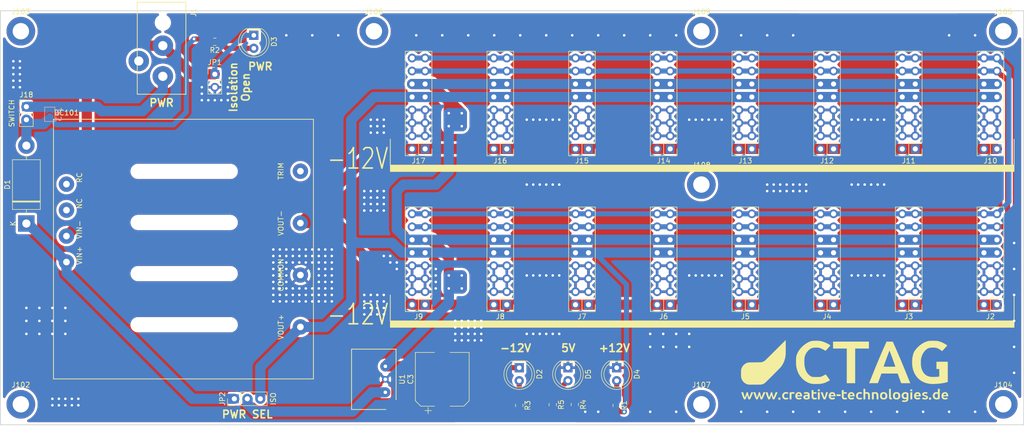
<source format=kicad_pcb>
(kicad_pcb (version 20211014) (generator pcbnew)
  (layers (0 "F.Cu" signal) (31 "B.Cu" signal) (35 "F.Paste" user) (36 "B.SilkS" user "B.Silkscreen") (37 "F.SilkS" user "F.Silkscreen") (38 "B.Mask" user) (39 "F.Mask" user) (44 "Edge.Cuts" user))
  (net 0 "")
  (net 1 "GND")
  (net 2 "+5V")
  (net 3 "Net-(D1-Pad2)")
  (net 4 "Net-(D2-Pad2)")
  (net 5 "-12V")
  (net 6 "Net-(D3-Pad2)")
  (net 7 "Net-(D4-Pad2)")
  (net 8 "Net-(D5-Pad2)")
  (net 9 "+12V")
  (net 10 "Net-(J1-Pad1)")
  (net 11 "/GATE")
  (net 12 "/CV")
  (net 13 "Net-(D1-Pad1)")
  (net 14 "Net-(JP2-Pad2)")
  (net 15 "Net-(D3-Pad1)")
  (net 16 "Net-(R4-Pad1)")
  (footprint "Capacitor_SMD:CP_Elec_10x10" (layer "F.Cu") (at 137.36 121.11 90)
    (fp_text reference "C3")
    (fp_text value "22u")
  )
  (footprint "LED_THT:LED_D5.0mm" (layer "F.Cu") (at 152.4 118.84 -90)
    (fp_text reference "D2")
    (fp_text value "LED")
  )
  (footprint "LED_THT:LED_D5.0mm" (layer "F.Cu") (at 171.45 118.84 -90)
    (fp_text reference "D4")
    (fp_text value "LED")
  )
  (footprint "LED_THT:LED_D5.0mm" (layer "F.Cu") (at 161.925 118.84 -90)
    (fp_text reference "D5")
    (fp_text value "LED")
  )
  (footprint "dcdc:DKA30A-12" (layer "F.Cu") (at 63.9156 82.9268 -90)
    (fp_text reference "DC101")
    (fp_text value "DKA30A-12")
  )
  (footprint "Connector_PinHeader_2.54mm:PinHeader_2x08_P2.54mm_Vertical" (layer "F.Cu") (at 245.762037 106.509244 180)
    (fp_text reference "J2")
    (fp_text value "~")
  )
  (footprint "Connector_PinHeader_2.54mm:PinHeader_2x08_P2.54mm_Vertical" (layer "F.Cu") (at 229.796321 106.509244 180)
    (fp_text reference "J3")
    (fp_text value "~")
  )
  (footprint "Connector_PinHeader_2.54mm:PinHeader_2x08_P2.54mm_Vertical" (layer "F.Cu") (at 213.830607 106.509244 180)
    (fp_text reference "J4")
    (fp_text value "~")
  )
  (footprint "Connector_PinHeader_2.54mm:PinHeader_2x08_P2.54mm_Vertical" (layer "F.Cu") (at 197.864893 106.509244 180)
    (fp_text reference "J5")
    (fp_text value "~")
  )
  (footprint "Connector_PinHeader_2.54mm:PinHeader_2x08_P2.54mm_Vertical" (layer "F.Cu") (at 181.899179 106.509244 180)
    (fp_text reference "J6")
    (fp_text value "~")
  )
  (footprint "Connector_PinHeader_2.54mm:PinHeader_2x08_P2.54mm_Vertical" (layer "F.Cu") (at 165.933465 106.509244 180)
    (fp_text reference "J7")
    (fp_text value "~")
  )
  (footprint "Connector_PinHeader_2.54mm:PinHeader_2x08_P2.54mm_Vertical" (layer "F.Cu") (at 149.967751 106.509244 180)
    (fp_text reference "J8")
    (fp_text value "~")
  )
  (footprint "Connector_PinHeader_2.54mm:PinHeader_2x08_P2.54mm_Vertical" (layer "F.Cu") (at 134.002037 106.509244 180)
    (fp_text reference "J9")
    (fp_text value "~")
  )
  (footprint "Connector_PinHeader_2.54mm:PinHeader_2x08_P2.54mm_Vertical" (layer "F.Cu") (at 245.762037 76.029244 180)
    (fp_text reference "J10")
    (fp_text value "~")
  )
  (footprint "Connector_PinHeader_2.54mm:PinHeader_2x08_P2.54mm_Vertical" (layer "F.Cu") (at 229.796321 76.029244 180)
    (fp_text reference "J11")
    (fp_text value "~")
  )
  (footprint "Connector_PinHeader_2.54mm:PinHeader_2x08_P2.54mm_Vertical" (layer "F.Cu") (at 213.830607 76.029244 180)
    (fp_text reference "J12")
    (fp_text value "~")
  )
  (footprint "Connector_PinHeader_2.54mm:PinHeader_2x08_P2.54mm_Vertical" (layer "F.Cu") (at 197.864893 76.029244 180)
    (fp_text reference "J13")
    (fp_text value "~")
  )
  (footprint "Connector_PinHeader_2.54mm:PinHeader_2x08_P2.54mm_Vertical" (layer "F.Cu") (at 181.899179 76.029244 180)
    (fp_text reference "J14")
    (fp_text value "~")
  )
  (footprint "Connector_PinHeader_2.54mm:PinHeader_2x08_P2.54mm_Vertical" (layer "F.Cu") (at 165.933465 76.029244 180)
    (fp_text reference "J15")
    (fp_text value "~")
  )
  (footprint "Connector_PinHeader_2.54mm:PinHeader_2x08_P2.54mm_Vertical" (layer "F.Cu") (at 149.967751 76.029244 180)
    (fp_text reference "J16")
    (fp_text value "~")
  )
  (footprint "Connector_PinHeader_2.54mm:PinHeader_2x08_P2.54mm_Vertical" (layer "F.Cu") (at 134.002037 76.029244 180)
    (fp_text reference "J17")
    (fp_text value "~")
  )
  (footprint "Resistor_SMD:R_0805_2012Metric_Pad1.15x1.40mm_HandSolder" (layer "F.Cu") (at 171.45 126.22 90)
    (fp_text reference "R1")
    (fp_text value "4k7")
  )
  (footprint "Resistor_SMD:R_0805_2012Metric_Pad1.15x1.40mm_HandSolder" (layer "F.Cu") (at 92.91 55.07 180)
    (fp_text reference "R2")
    (fp_text value "4k7")
  )
  (footprint "Resistor_SMD:R_0805_2012Metric_Pad1.15x1.40mm_HandSolder" (layer "F.Cu") (at 152.4 126.22 -90)
    (fp_text reference "R3")
    (fp_text value "4k7")
  )
  (footprint "Package_SIP:SIP3_11.6x8.5mm" (layer "F.Cu") (at 126.2348 123.65 90)
    (fp_text reference "U1")
    (fp_text value "R-78E5.0-1.0")
  )
  (footprint "Diode_THT:D_DO-201AD_P15.24mm_Horizontal" (layer "F.Cu") (at 56.08 90.63 90)
    (fp_text reference "D1")
    (fp_text value "1N5402 ")
  )
  (footprint "LED_THT:LED_D5.0mm" (layer "F.Cu") (at 100.53 53.8 -90)
    (fp_text reference "D3")
    (fp_text value "LED")
  )
  (footprint "Resistor_SMD:R_0805_2012Metric_Pad1.15x1.40mm_HandSolder" (layer "F.Cu") (at 163.268 126.054 -90)
    (fp_text reference "R4")
    (fp_text value "4k7")
  )
  (footprint "MountingHole:MountingHole_3.2mm_M3_DIN965_Pad" (layer "F.Cu") (at 55 126)
    (fp_text reference "J102")
    (fp_text value "~")
  )
  (footprint "MountingHole:MountingHole_3.2mm_M3_DIN965_Pad" (layer "F.Cu") (at 55 53)
    (fp_text reference "J103")
    (fp_text value "~")
  )
  (footprint "MountingHole:MountingHole_3.2mm_M3_DIN965_Pad" (layer "F.Cu") (at 247 126)
    (fp_text reference "J104")
    (fp_text value "~")
  )
  (footprint "MountingHole:MountingHole_3.2mm_M3_DIN965_Pad" (layer "F.Cu") (at 247 53)
    (fp_text reference "J105")
    (fp_text value "~")
  )
  (footprint "MountingHole:MountingHole_3.2mm_M3_DIN965_Pad" (layer "F.Cu") (at 124 53)
    (fp_text reference "J106")
    (fp_text value "~")
  )
  (footprint "MountingHole:MountingHole_3.2mm_M3_DIN965_Pad" (layer "F.Cu") (at 188 126)
    (fp_text reference "J107")
    (fp_text value "~")
  )
  (footprint "MountingHole:MountingHole_3.2mm_M3_DIN965_Pad" (layer "F.Cu") (at 188 83)
    (fp_text reference "J108")
    (fp_text value "~")
  )
  (footprint "MountingHole:MountingHole_3.2mm_M3_DIN965_Pad" (layer "F.Cu") (at 188 53)
    (fp_text reference "J109")
    (fp_text value "~")
  )
  (footprint "connectors:PJ-059A" (layer "F.Cu") (at 82.75 61.8264 -90)
    (fp_text reference "J1")
    (fp_text value "Barrel_Jack")
  )
  (footprint "Connector_PinHeader_2.54mm:PinHeader_1x02_P2.54mm_Vertical" (layer "F.Cu") (at 92.91 61.42)
    (fp_text reference "JP1")
    (fp_text value "Isolation")
  )
  (footprint "Connector_PinHeader_2.54mm:PinHeader_1x03_P2.54mm_Vertical" (layer "F.Cu") (at 96.72 124.92 90)
    (fp_text reference "JP2")
    (fp_text value "PWR_SEL")
  )
  (footprint "Connector_PinHeader_2.54mm:PinHeader_1x02_P2.54mm_Vertical" (layer "F.Cu") (at 56.08 67.77)
    (fp_text reference "J18")
    (fp_text value "Power Switch Option")
  )
  (footprint "Resistor_SMD:R_0805_2012Metric_Pad1.15x1.40mm_HandSolder" (layer "F.Cu") (at 158.95 126.072 -90)
    (fp_text reference "R5")
    (fp_text value "4k7")
  )
  (footprint "specific:ctag-logo" (layer "F.Cu") (at 215.9984 119.46916)
    (fp_text reference "G***" hide)
    (fp_text value "ctag-logo" hide)
  )
  (footprint "Jumper:SolderJumper-2_P1.3mm_Open_TrianglePad1.0x1.5mm" (layer "B.Cu") (at 60.652 69.257 90)
    (fp_text reference "JP3")
    (fp_text value "Solder Jumper")
  )
  (gr_line (start 127.2 104.6) (end 127.2 109.68) (layer "F.SilkS") (width 0.15))
  (gr_line (start 249.12 79.2) (end 249.12 74.12) (layer "F.SilkS") (width 0.15))
  (gr_line (start 127.2 79.2) (end 249.12 79.2) (layer "F.SilkS") (width 0.15))
  (gr_line (start 127.2 74.12) (end 127.2 79.2) (layer "F.SilkS") (width 0.15))
  (gr_line (start 249.12 109.68) (end 249.12 104.6) (layer "F.SilkS") (width 0.15))
  (gr_poly (pts (xy 127.2 109.68) (xy 127.2 110.95) (xy 249.12 110.95) (xy 249.12 109.68)) (layer "F.SilkS") (width 0.1) (fill solid))
  (gr_line (start 127.2 109.68) (end 249.12 109.68) (layer "F.SilkS") (width 0.15))
  (gr_poly (pts (xy 127.2 79.2) (xy 127.2 80.47) (xy 249.12 80.47) (xy 249.12 79.2)) (layer "F.SilkS") (width 0.1) (fill solid))
  (gr_line (start 51 49) (end 51 130) (layer "Edge.Cuts") (width 0.15))
  (gr_line (start 51 130) (end 251 130) (layer "Edge.Cuts") (width 0.15))
  (gr_line (start 251 130) (end 251 49) (layer "Edge.Cuts") (width 0.15))
  (gr_line (start 251 49) (end 51 49) (layer "Edge.Cuts") (width 0.15))
  (gr_text "PSU-30W Rev. IDW-2019\n(c) R. Manzke 2019\n" (at 207.75 52.5) (layer "F.Cu") (effects (font (size 1.5 1.5) (thickness 0.3)) (justify left)))
  (gr_text "-12V" (at 120.85 108.41) (layer "F.SilkS") (effects (font (size 4 3) (thickness 0.3))))
  (gr_text "Isolation\nOpen" (at 97.736 63.96 90) (layer "F.SilkS") (effects (font (size 1.5 1.5) (thickness 0.3))))
  (gr_text "SWITCH" (at 53.22504 69.05778 90) (layer "F.SilkS") (effects (font (size 1 1))))
  (gr_text "PWR" (at 101.8 59.896) (layer "F.SilkS") (effects (font (size 1.5 1.5) (thickness 0.3))))
  (gr_text "-12V" (at 120.85 77.93) (layer "F.SilkS") (effects (font (size 4 3) (thickness 0.3))))
  (gr_text "-12V\n" (at 148.5 115) (layer "F.SilkS") (effects (font (size 1.5 1.5) (thickness 0.3)) (justify left)))
  (gr_text "PWR" (at 82.496 67.008) (layer "F.SilkS") (effects (font (size 1.5 1.5) (thickness 0.3))))
  (gr_text "5V\n" (at 162 115) (layer "F.SilkS") (effects (font (size 1.5 1.5) (thickness 0.3))))
  (gr_text "PWR SEL" (at 99.26 127.968) (layer "F.SilkS") (effects (font (size 1.5 1.5) (thickness 0.3))))
  (gr_text "+12V\n" (at 171 115) (layer "F.SilkS") (effects (font (size 1.5 1.5) (thickness 0.3))))
  (gr_text "ISO" (at 104.34 124.92 90) (layer "F.SilkS") (effects (font (size 1 1))))
  (via (at 115.77 95.71) (size 1) (drill 0.5) (layers "F.Cu" "B.Cu") (net 1))
  (via (at 64.97 124.92) (size 1) (drill 0.5) (layers "F.Cu" "B.Cu") (net 1))
  (via (at 185.62 70.31) (size 1) (drill 0.5) (layers "F.Cu" "B.Cu") (net 1))
  (via (at 153.87 70.31) (size 1) (drill 0.5) (layers "F.Cu" "B.Cu") (net 1))
  (via (at 122.12 88.09) (size 1) (drill 0.5) (layers "F.Cu" "B.Cu") (net 1))
  (via (at 113.23 104.6) (size 1) (drill 0.5) (layers "F.Cu" "B.Cu") (net 1))
  (via (at 113.23 96.98) (size 1) (drill 0.5) (layers "F.Cu" "B.Cu") (net 1))
  (via (at 110.69 103.33) (size 1) (drill 0.5) (layers "F.Cu" "B.Cu") (net 1))
  (via (at 216.1 127.46) (size 1) (drill 0.5) (layers "F.Cu" "B.Cu") (net 1))
  (via (at 113.23 105.87) (size 1) (drill 0.5) (layers "F.Cu" "B.Cu") (net 1))
  (via (at 109.42 96.98) (size 1) (drill 0.5) (layers "F.Cu" "B.Cu") (net 1))
  (via (at 123.39 104.6) (size 1) (drill 0.5) (layers "F.Cu" "B.Cu") (net 1))
  (via (at 124.66 85.55) (size 1) (drill 0.5) (layers "F.Cu" "B.Cu") (net 1))
  (via (at 95.45 65.23) (size 1) (drill 0.5) (layers "F.Cu" "B.Cu") (net 1))
  (via (at 115.77 102.06) (size 1) (drill 0.5) (layers "F.Cu" "B.Cu") (net 1))
  (via (at 53.54 58.88) (size 1) (drill 0.5) (layers "F.Cu" "B.Cu") (net 1))
  (via (at 114.5 103.33) (size 1) (drill 0.5) (layers "F.Cu" "B.Cu") (net 1))
  (via (at 105.61 96.98) (size 1) (drill 0.5) (layers "F.Cu" "B.Cu") (net 1))
  (via (at 105.61 103.33) (size 1) (drill 0.5) (layers "F.Cu" "B.Cu") (net 1))
  (via (at 219.91 100.79) (size 1) (drill 0.5) (layers "F.Cu" "B.Cu") (net 1))
  (via (at 205.94 53.8) (size 1) (drill 0.5) (layers "F.Cu" "B.Cu") (net 1))
  (via (at 53.54 62.69) (size 1) (drill 0.5) (layers "F.Cu" "B.Cu") (net 1))
  (via (at 122.12 88.09) (size 1) (drill 0.5) (layers "F.Cu" "B.Cu") (net 1))
  (via (at 204.67 84.28) (size 1) (drill 0.5) (layers "F.Cu" "B.Cu") (net 1))
  (via (at 188.16 100.79) (size 1) (drill 0.5) (layers "F.Cu" "B.Cu") (net 1))
  (via (at 128.47 98.25) (size 1) (drill 0.5) (layers "F.Cu" "B.Cu") (net 1))
  (via (at 218.64 100.79) (size 1) (drill 0.5) (layers "F.Cu" "B.Cu") (net 1))
  (via (at 124.66 108.41) (size 1) (drill 0.5) (layers "F.Cu" "B.Cu") (net 1))
  (via (at 123.39 108.41) (size 1) (drill 0.5) (layers "F.Cu" "B.Cu") (net 1))
  (via (at 155.14 112.22) (size 1) (drill 0.5) (layers "F.Cu" "B.Cu") (net 1))
  (via (at 104.34 102.06) (size 1) (drill 0.5) (layers "F.Cu" "B.Cu") (net 1))
  (via (at 123.39 72.85) (size 1) (drill 0.5) (layers "F.Cu" "B.Cu") (net 1))
  (via (at 139.9 110.95) (size 1) (drill 0.5) (layers "F.Cu" "B.Cu") (net 1))
  (via (at 207.21 84.28) (size 1) (drill 0.5) (layers "F.Cu" "B.Cu") (net 1))
  (via (at 219.91 83.01) (size 1) (drill 0.5) (layers "F.Cu" "B.Cu") (net 1))
  (via (at 58.62 107.14) (size 1) (drill 0.5) (layers "F.Cu" "B.Cu") (net 1))
  (via (at 125.93 84.28) (size 1) (drill 0.5) (layers "F.Cu" "B.Cu") (net 1))
  (via (at 111.96 95.71) (size 1) (drill 0.5) (layers "F.Cu" "B.Cu") (net 1))
  (via (at 123.39 71.58) (size 1) (drill 0.5) (layers "F.Cu" "B.Cu") (net 1))
  (via (at 54.81 60.15) (size 1) (drill 0.5) (layers "F.Cu" "B.Cu") (net 1))
  (via (at 115.77 99.52) (size 1) (drill 0.5) (layers "F.Cu" "B.Cu") (net 1))
  (via (at 165.3 127.46) (size 1) (drill 0.5) (layers "F.Cu" "B.Cu") (net 1))
  (via (at 90.37 66.5) (size 1) (drill 0.5) (layers "F.Cu" "B.Cu") (net 1))
  (via (at 178 112.22) (size 1) (drill 0.5) (layers "F.Cu" "B.Cu") (net 1))
  (via (at 217.37 83.01) (size 1) (drill 0.5) (layers "F.Cu" "B.Cu") (net 1))
  (via (at 136.09 102.06) (size 1) (drill 0.5) (layers "F.Cu" "B.Cu") (net 1))
  (via (at 53.54 63.96) (size 1) (drill 0.5) (layers "F.Cu" "B.Cu") (net 1))
  (via (at 202.13 84.28) (size 1) (drill 0.5) (layers "F.Cu" "B.Cu") (net 1))
  (via (at 222.45 83.01) (size 1) (drill 0.5) (layers "F.Cu" "B.Cu") (net 1))
  (via (at 104.34 96.98) (size 1) (drill 0.5) (layers "F.Cu" "B.Cu") (net 1))
  (via (at 124.66 105.87) (size 1) (drill 0.5) (layers "F.Cu" "B.Cu") (net 1))
  (via (at 142.44 112.22) (size 1) (drill 0.5) (layers "F.Cu" "B.Cu") (net 1))
  (via (at 157.68 53.8) (size 1) (drill 0.5) (layers "F.Cu" "B.Cu") (net 1))
  (via (at 54.81 61.42) (size 1) (drill 0.5) (layers "F.Cu" "B.Cu") (net 1))
  (via (at 189.43 70.31) (size 1) (drill 0.5) (layers "F.Cu" "B.Cu") (net 1))
  (via (at 111.96 98.25) (size 1) (drill 0.5) (layers "F.Cu" "B.Cu") (net 1))
  (via (at 141.17 109.68) (size 1) (drill 0.5) (layers "F.Cu" "B.Cu") (net 1))
  (via (at 217.37 100.79) (size 1) (drill 0.5) (layers "F.Cu" "B.Cu") (net 1))
  (via (at 109.42 103.33) (size 1) (drill 0.5) (layers "F.Cu" "B.Cu") (net 1))
  (via (at 108.15 96.98) (size 1) (drill 0.5) (layers "F.Cu" "B.Cu") (net 1))
  (via (at 114.5 104.6) (size 1) (drill 0.5) (layers "F.Cu" "B.Cu") (net 1))
  (via (at 231.34 127.46) (size 1) (drill 0.5) (layers "F.Cu" "B.Cu") (net 1))
  (via (at 56.08 112.22) (size 1) (drill 0.5) (layers "F.Cu" "B.Cu") (net 1))
  (via (at 160.22 100.79) (size 1) (drill 0.5) (layers "F.Cu" "B.Cu") (net 1))
  (via (at 158.95 83.01) (size 1) (drill 0.5) (layers "F.Cu" "B.Cu") (net 1))
  (via (at 241.5 127.46) (size 1) (drill 0.5) (layers "F.Cu" "B.Cu") (net 1))
  (via (at 178 127.46) (size 1) (drill 0.5) (layers "F.Cu" "B.Cu") (net 1))
  (via (at 208.48 84.28) (size 1) (drill 0.5) (layers "F.Cu" "B.Cu") (net 1))
  (via (at 136.09 100.79) (size 1) (drill 0.5) (layers "F.Cu" "B.Cu") (net 1))
  (via (at 56.08 109.68) (size 1) (drill 0.5) (layers "F.Cu" "B.Cu") (net 1))
  (via (at 104.34 99.52) (size 1) (drill 0.5) (layers "F.Cu" "B.Cu") (net 1))
  (via (at 188.16 70.31) (size 1) (drill 0.5) (layers "F.Cu" "B.Cu") (net 1))
  (via (at 122.12 108.41) (size 1) (drill 0.5) (layers "F.Cu" "B.Cu") (net 1))
  (via (at 160.22 112.22) (size 1) (drill 0.5) (layers "F.Cu" "B.Cu") (net 1))
  (via (at 158.95 112.22) (size 1) (drill 0.5) (layers "F.Cu" "B.Cu") (net 1))
  (via (at 104.34 103.33) (size 1) (drill 0.5) (layers "F.Cu" "B.Cu") (net 1))
  (via (at 114.5 96.98) (size 1) (drill 0.5) (layers "F.Cu" "B.Cu") (net 1))
  (via (at 125.93 105.87) (size 1) (drill 0.5) (layers "F.Cu" "B.Cu") (net 1))
  (via (at 123.39 70.31) (size 1) (drill 0.5) (layers "F.Cu" "B.Cu") (net 1))
  (via (at 115.77 103.33) (size 1) (drill 0.5) (layers "F.Cu" "B.Cu") (net 1))
  (via (at 117.04 53.8) (size 1) (drill 0.5) (layers "F.Cu" "B.Cu") (net 1))
  (via (at 124.66 104.6) (size 1) (drill 0.5) (layers "F.Cu" "B.Cu") (net 1))
  (via (at 63.7 112.22) (size 1) (drill 0.5) (layers "F.Cu" "B.Cu") (net 1))
  (via (at 92.91 66.5) (size 1) (drill 0.5) (layers "F.Cu" "B.Cu") (net 1))
  (via (at 113.23 100.79) (size 1) (drill 0.5) (layers "F.Cu" "B.Cu") (net 1))
  (via (at 249.12 119.84) (size 1) (drill 0.5) (layers "F.Cu" "B.Cu") (net 1))
  (via (at 153.87 100.79) (size 1) (drill 0.5) (layers "F.Cu" "B.Cu") (net 1))
  (via (at 167.84 127.46) (size 1) (drill 0.5) (layers "F.Cu" "B.Cu") (net 1))
  (via (at 124.66 71.58) (size 1) (drill 0.5) (layers "F.Cu" "B.Cu") (net 1))
  (via (at 157.68 112.22) (size 1) (drill 0.5) (layers "F.Cu" "B.Cu") (net 1))
  (via (at 160.22 70.31) (size 1) (drill 0.5) (layers "F.Cu" "B.Cu") (net 1))
  (via (at 106.88 103.33) (size 1) (drill 0.5) (layers "F.Cu" "B.Cu") (net 1))
  (via (at 105.61 98.25) (size 1) (drill 0.5) (layers "F.Cu" "B.Cu") (net 1))
  (via (at 142.44 109.68) (size 1) (drill 0.5) (layers "F.Cu" "B.Cu") (net 1))
  (via (at 217.37 70.31) (size 1) (drill 0.5) (layers "F.Cu" "B.Cu") (net 1))
  (via (at 125.93 107.14) (size 1) (drill 0.5) (layers "F.Cu" "B.Cu") (net 1))
  (via (at 186.89 100.79) (size 1) (drill 0.5) (layers "F.Cu" "B.Cu") (net 1))
  (via (at 113.23 99.52) (size 1) (drill 0.5) (layers "F.Cu" "B.Cu") (net 1))
  (via (at 205.94 84.28) (size 1) (drill 0.5) (layers "F.Cu" "B.Cu") (net 1))
  (via (at 185.62 114.76) (size 1) (drill 0.5) (layers "F.Cu" "B.Cu") (net 1))
  (via (at 141.17 113.49) (size 1) (drill 0.5) (layers "F.Cu" "B.Cu") (net 1))
  (via (at 200.86 83.01) (size 1) (drill 0.5) (layers "F.Cu" "B.Cu") (net 1))
  (via (at 155.14 83.01) (size 1) (drill 0.5) (layers "F.Cu" "B.Cu") (net 1))
  (via (at 249.12 104.6) (size 1) (drill 0.5) (layers "F.Cu" "B.Cu") (net 1))
  (via (at 172.92 53.8) (size 1) (drill 0.5) (layers "F.Cu" "B.Cu") (net 1))
  (via (at 53.54 61.42) (size 1) (drill 0.5) (layers "F.Cu" "B.Cu") (net 1))
  (via (at 190.7 100.79) (size 1) (drill 0.5) (layers "F.Cu" "B.Cu") (net 1))
  (via (at 66.24 126.19) (size 1) (drill 0.5) (layers "F.Cu" "B.Cu") (net 1))
  (via (at 125.93 104.6) (size 1) (drill 0.5) (layers "F.Cu" "B.Cu") (net 1))
  (via (at 155.14 70.31) (size 1) (drill 0.5) (layers "F.Cu" "B.Cu") (net 1))
  (via (at 90.37 63.96) (size 1) (drill 0.5) (layers "F.Cu" "B.Cu") (net 1))
  (via (at 122.12 85.55) (size 1) (drill 0.5) (layers "F.Cu" "B.Cu") (net 1))
  (via (at 94.18 66.5) (size 1) (drill 0.5) (layers "F.Cu" "B.Cu") (net 1))
  (via (at 221.18 70.31) (size 1) (drill 0.5) (layers "F.Cu" "B.Cu") (net 1))
  (via (at 183.08 114.76) (size 1) (drill 0.5) (layers "F.Cu" "B.Cu") (net 1))
  (via (at 123.39 86.82) (size 1) (drill 0.5) (layers "F.Cu" "B.Cu") (net 1))
  (via (at 202.13 83.01) (size 1) (drill 0.5) (layers "F.Cu" "B.Cu") (net 1))
  (via (at 104.34 105.87) (size 1) (drill 0.5) (layers "F.Cu" "B.Cu") (net 1))
  (via (at 95.45 63.96) (size 1) (drill 0.5) (layers "F.Cu" "B.Cu") (net 1))
  (via (at 115.77 96.98) (size 1) (drill 0.5) (layers "F.Cu" "B.Cu") (net 1))
  (via (at 62.43 126.19) (size 1) (drill 0.5) (layers "F.Cu" "B.Cu") (net 1))
  (via (at 241.5 53.8) (size 1) (drill 0.5) (layers "F.Cu" "B.Cu") (net 1))
  (via (at 207.21 83.01) (size 1) (drill 0.5) (layers "F.Cu" "B.Cu") (net 1))
  (via (at 114.5 98.25) (size 1) (drill 0.5) (layers "F.Cu" "B.Cu") (net 1))
  (via (at 61.16 112.22) (size 1) (drill 0.5) (layers "F.Cu" "B.Cu") (net 1))
  (via (at 203.4 84.28) (size 1) (drill 0.5) (layers "F.Cu" "B.Cu") (net 1))
  (via (at 205.94 83.01) (size 1) (drill 0.5) (layers "F.Cu" "B.Cu") (net 1))
  (via (at 144.98 109.68) (size 1) (drill 0.5) (layers "F.Cu" "B.Cu") (net 1))
  (via (at 108.15 103.33) (size 1) (drill 0.5) (layers "F.Cu" "B.Cu") (net 1))
  (via (at 61.16 126.19) (size 1) (drill 0.5) (layers "F.Cu" "B.Cu") (net 1))
  (via (at 123.39 105.87) (size 1) (drill 0.5) (layers "F.Cu" "B.Cu") (net 1))
  (via (at 236.42 53.8) (size 1) (drill 0.5) (layers "F.Cu" "B.Cu") (net 1))
  (via (at 104.34 98.25) (size 1) (drill 0.5) (layers "F.Cu" "B.Cu") (net 1))
  (via (at 106.88 100.79) (size 1) (drill 0.5) (layers "F.Cu" "B.Cu") (net 1))
  (via (at 223.72 100.79) (size 1) (drill 0.5) (layers "F.Cu" "B.Cu") (net 1))
  (via (at 105.61 105.87) (size 1) (drill 0.5) (layers "F.Cu" "B.Cu") (net 1))
  (via (at 125.93 71.58) (size 1) (drill 0.5) (layers "F.Cu" "B.Cu") (net 1))
  (via (at 114.5 95.71) (size 1) (drill 0.5) (layers "F.Cu" "B.Cu") (net 1))
  (via (at 125.93 72.85) (size 1) (drill 0.5) (layers "F.Cu" "B.Cu") (net 1))
  (via (at 200.86 127.46) (size 1) (drill 0.5) (layers "F.Cu" "B.Cu") (net 1))
  (via (at 158.95 70.31) (size 1) (drill 0.5) (layers "F.Cu" "B.Cu") (net 1))
  (via (at 222.45 70.31) (size 1) (drill 0.5) (layers "F.Cu" "B.Cu") (net 1))
  (via (at 167.84 53.8) (size 1) (drill 0.5) (layers "F.Cu" "B.Cu") (net 1))
  (via (at 90.37 65.23) (size 1) (drill 0.5) (layers "F.Cu" "B.Cu") (net 1))
  (via (at 139.9 112.22) (size 1) (drill 0.5) (layers "F.Cu" "B.Cu") (net 1))
  (via (at 142.44 110.95) (size 1) (drill 0.5) (layers "F.Cu" "B.Cu") (net 1))
  (via (at 104.34 104.6) (size 1) (drill 0.5) (layers "F.Cu" "B.Cu") (net 1))
  (via (at 153.87 83.01) (size 1) (drill 0.5) (layers "F.Cu" "B.Cu") (net 1))
  (via (at 106.88 104.6) (size 1) (drill 0.5) (layers "F.Cu" "B.Cu") (net 1))
  (via (at 64.97 126.19) (size 1) (drill 0.5) (layers "F.Cu" "B.Cu") (net 1))
  (via (at 143.71 112.22) (size 1) (drill 0.5) (layers "F.Cu" "B.Cu") (net 1))
  (via (at 156.41 100.79) (size 1) (drill 0.5) (layers "F.Cu" "B.Cu") (net 1))
  (via (at 195.78 53.8) (size 1) (drill 0.5) (layers "F.Cu" "B.Cu") (net 1))
  (via (at 143.71 113.49) (size 1) (drill 0.5) (layers "F.Cu" "B.Cu") (net 1))
  (via (at 185.62 100.79) (size 1) (drill 0.5) (layers "F.Cu" "B.Cu") (net 1))
  (via (at 109.42 104.6) (size 1) (drill 0.5) (layers "F.Cu" "B.Cu") (net 1))
  (via (at 114.5 99.52) (size 1) (drill 0.5) (layers "F.Cu" "B.Cu") (net 1))
  (via (at 106.88 96.98) (size 1) (drill 0.5) (layers "F.Cu" "B.Cu") (net 1))
  (via (at 122.12 104.6) (size 1) (drill 0.5) (layers "F.Cu" "B.Cu") (net 1))
  (via (at 125.93 88.09) (size 1) (drill 0.5) (layers "F.Cu" "B.Cu") (net 1))
  (via (at 221.18 100.79) (size 1) (drill 0.5) (layers "F.Cu" "B.Cu") (net 1))
  (via (at 144.98 113.49) (size 1) (drill 0.5) (layers "F.Cu" "B.Cu") (net 1))
  (via (at 236.42 127.46) (size 1) (drill 0.5) (layers "F.Cu" "B.Cu") (net 1))
  (via (at 156.41 112.22) (size 1) (drill 0.5) (layers "F.Cu" "B.Cu") (net 1))
  (via (at 124.66 70.31) (size 1) (drill 0.5) (layers "F.Cu" "B.Cu") (net 1))
  (via (at 108.15 98.25) (size 1) (drill 0.5) (layers "F.Cu" "B.Cu") (net 1))
  (via (at 156.41 70.31) (size 1) (drill 0.5) (layers "F.Cu" "B.Cu") (net 1))
  (via (at 105.61 104.6) (size 1) (drill 0.5) (layers "F.Cu" "B.Cu") (net 1))
  (via (at 200.86 84.28) (size 1) (drill 0.5) (layers "F.Cu" "B.Cu") (net 1))
  (via (at 125.93 108.41) (size 1) (drill 0.5) (layers "F.Cu" "B.Cu") (net 1))
  (via (at 63.7 107.14) (size 1) (drill 0.5) (layers "F.Cu" "B.Cu") (net 1))
  (via (at 104.34 95.71) (size 1) (drill 0.5) (layers "F.Cu" "B.Cu") (net 1))
  (via (at 58.62 109.68) (size 1) (drill 0.5) (layers "F.Cu" "B.Cu") (net 1))
  (via (at 183.08 127.46) (size 1) (drill 0.5) (layers "F.Cu" "B.Cu") (net 1))
  (via (at 110.69 95.71) (size 1) (drill 0.5) (layers "F.Cu" "B.Cu") (net 1))
  (via (at 105.61 95.71) (size 1) (drill 0.5) (layers "F.Cu" "B.Cu") (net 1))
  (via (at 128.47 99.52) (size 1) (drill 0.5) (layers "F.Cu" "B.Cu") (net 1))
  (via (at 114.5 100.79) (size 1) (drill 0.5) (layers "F.Cu" "B.Cu") (net 1))
  (via (at 125.93 96.98) (size 1) (drill 0.5) (layers "F.Cu" "B.Cu") (net 1))
  (via (at 110.69 104.6) (size 1) (drill 0.5) (layers "F.Cu" "B.Cu") (net 1))
  (via (at 124.66 72.85) (size 1) (drill 0.5) (layers "F.Cu" "B.Cu") (net 1))
  (via (at 139.9 109.68) (size 1) (drill 0.5) (layers "F.Cu" "B.Cu") (net 1))
  (via (at 115.77 105.87) (size 1) (drill 0.5) (layers "F.Cu" "B.Cu") (net 1))
  (via (at 178 53.8) (size 1) (drill 0.5) (layers "F.Cu" "B.Cu") (net 1))
  (via (at 123.39 107.14) (size 1) (drill 0.5) (layers "F.Cu" "B.Cu") (net 1))
  (via (at 110.69 96.98) (size 1) (drill 0.5) (layers "F.Cu" "B.Cu") (net 1))
  (via (at 127.2 98.25) (size 1) (drill 0.5) (layers "F.Cu" "B.Cu") (net 1))
  (via (at 66.24 124.92) (size 1) (drill 0.5) (layers "F.Cu" "B.Cu") (net 1))
  (via (at 249.12 114.76) (size 1) (drill 0.5) (layers "F.Cu" "B.Cu") (net 1))
  (via (at 63.7 124.92) (size 1) (drill 0.5) (layers "F.Cu" "B.Cu") (net 1))
  (via (at 108.15 104.6) (size 1) (drill 0.5) (layers "F.Cu" "B.Cu") (net 1))
  (via (at 221.18 127.46) (size 1) (drill 0.5) (layers "F.Cu" "B.Cu") (net 1))
  (via (at 223.72 70.31) (size 1) (drill 0.5) (layers "F.Cu" "B.Cu") (net 1))
  (via (at 136.09 99.52) (size 1) (drill 0.5) (layers "F.Cu" "B.Cu") (net 1))
  (via (at 221.18 83.01) (size 1) (drill 0.5) (layers "F.Cu" "B.Cu") (net 1))
  (via (at 226.26 127.46) (size 1) (drill 0.5) (layers "F.Cu" "B.Cu") (net 1))
  (via (at 63.7 109.68) (size 1) (drill 0.5) (layers "F.Cu" "B.Cu") (net 1))
  (via (at 109.42 95.71) (size 1) (drill 0.5) (layers "F.Cu" "B.Cu") (net 1))
  (via (at 115.77 98.25) (size 1) (drill 0.5) (layers "F.Cu" "B.Cu") (net 1))
  (via (at 106.88 53.8) (size 1) (drill 0.5) (layers "F.Cu" "B.Cu") (net 1))
  (via (at 136.09 103.33) (size 1) (drill 0.5) (layers "F.Cu" "B.Cu") (net 1))
  (via (at 95.45 66.5) (size 1) (drill 0.5) (layers "F.Cu" "B.Cu") (net 1))
  (via (at 111.96 105.87) (size 1) (drill 0.5) (layers "F.Cu" "B.Cu") (net 1))
  (via (at 63.7 126.19) (size 1) (drill 0.5) (layers "F.Cu" "B.Cu") (net 1))
  (via (at 200.86 53.8) (size 1) (drill 0.5) (layers "F.Cu" "B.Cu") (net 1))
  (via (at 53.54 60.15) (size 1) (drill 0.5) (layers "F.Cu" "B.Cu") (net 1))
  (via (at 105.61 99.52) (size 1) (drill 0.5) (layers "F.Cu" "B.Cu") (net 1))
  (via (at 113.23 103.33) (size 1) (drill 0.5) (layers "F.Cu" "B.Cu") (net 1))
  (via (at 127.2 96.98) (size 1) (drill 0.5) (layers "F.Cu" "B.Cu") (net 1))
  (via (at 155.14 100.79) (size 1) (drill 0.5) (layers "F.Cu" "B.Cu") (net 1))
  (via (at 191.97 70.31) (size 1) (drill 0.5) (layers "F.Cu" "B.Cu") (net 1))
  (via (at 189.43 100.79) (size 1) (drill 0.5) (layers "F.Cu" "B.Cu") (net 1))
  (via (at 122.12 105.87) (size 1) (drill 0.5) (layers "F.Cu" "B.Cu") (net 1))
  (via (at 109.42 105.87) (size 1) (drill 0.5) (layers "F.Cu" "B.Cu") (net 1))
  (via (at 218.64 70.31) (size 1) (drill 0.5) (layers "F.Cu" "B.Cu") (net 1))
  (via (at 137.36 53.8) (size 1) (drill 0.5) (layers "F.Cu" "B.Cu") (net 1))
  (via (at 141.17 112.22) (size 1) (drill 0.5) (layers "F.Cu" "B.Cu") (net 1))
  (via (at 160.22 83.01) (size 1) (drill 0.5) (layers "F.Cu" "B.Cu") (net 1))
  (via (at 141.17 110.95) (size 1) (drill 0.5) (layers "F.Cu" "B.Cu") (net 1))
  (via (at 144.98 110.95) (size 1) (drill 0.5) (layers "F.Cu" "B.Cu") (net 1))
  (via (at 139.9 113.49) (size 1) (drill 0.5) (layers "F.Cu" "B.Cu") (net 1))
  (via (at 203.4 83.01) (size 1) (drill 0.5) (layers "F.Cu" "B.Cu") (net 1))
  (via (at 109.42 98.25) (size 1) (drill 0.5) (layers "F.Cu" "B.Cu") (net 1))
  (via (at 110.69 105.87) (size 1) (drill 0.5) (layers "F.Cu" "B.Cu") (net 1))
  (via (at 142.44 113.49) (size 1) (drill 0.5) (layers "F.Cu" "B.Cu") (net 1))
  (via (at 219.91 70.31) (size 1) (drill 0.5) (layers "F.Cu" "B.Cu") (net 1))
  (via (at 125.93 85.55) (size 1) (drill 0.5) (layers "F.Cu" "B.Cu") (net 1))
  (via (at 54.81 58.88) (size 1) (drill 0.5) (layers "F.Cu" "B.Cu") (net 1))
  (via (at 158.95 100.79) (size 1) (drill 0.5) (layers "F.Cu" "B.Cu") (net 1))
  (via (at 211.02 127.46) (size 1) (drill 0.5) (layers "F.Cu" "B.Cu") (net 1))
  (via (at 108.15 95.71) (size 1) (drill 0.5) (layers "F.Cu" "B.Cu") (net 1))
  (via (at 122.12 84.28) (size 1) (drill 0.5) (layers "F.Cu" "B.Cu") (net 1))
  (via (at 122.12 107.14) (size 1) (drill 0.5) (layers "F.Cu" "B.Cu") (net 1))
  (via (at 54.81 62.69) (size 1) (drill 0.5) (layers "F.Cu" "B.Cu") (net 1))
  (via (at 183.08 53.8) (size 1) (drill 0.5) (layers "F.Cu" "B.Cu") (net 1))
  (via (at 111.96 103.33) (size 1) (drill 0.5) (layers "F.Cu" "B.Cu") (net 1))
  (via (at 56.08 107.14) (size 1) (drill 0.5) (layers "F.Cu" "B.Cu") (net 1))
  (via (at 106.88 99.52) (size 1) (drill 0.5) (layers "F.Cu" "B.Cu") (net 1))
  (via (at 132.28 53.8) (size 1) (drill 0.5) (layers "F.Cu" "B.Cu") (net 1))
  (via (at 106.88 105.87) (size 1) (drill 0.5) (layers "F.Cu" "B.Cu") (net 1))
  (via (at 156.41 83.01) (size 1) (drill 0.5) (layers "F.Cu" "B.Cu") (net 1))
  (via (at 61.16 107.14) (size 1) (drill 0.5) (layers "F.Cu" "B.Cu") (net 1))
  (via (at 204.67 83.01) (size 1) (drill 0.5) (layers "F.Cu" "B.Cu") (net 1))
  (via (at 111.96 104.6) (size 1) (drill 0.5) (layers "F.Cu" "B.Cu") (net 1))
  (via (at 142.44 53.8) (size 1) (drill 0.5) (layers "F.Cu" "B.Cu") (net 1))
  (via (at 123.39 84.28) (size 1) (drill 0.5) (layers "F.Cu" "B.Cu") (net 1))
  (via (at 249.12 94.44) (size 1) (drill 0.5) (layers "F.Cu" "B.Cu") (net 1))
  (via (at 157.68 83.01) (size 1) (drill 0.5) (layers "F.Cu" "B.Cu") (net 1))
  (via (at 223.72 83.01) (size 1) (drill 0.5) (layers "F.Cu" "B.Cu") (net 1))
  (via (at 111.96 53.8) (size 1) (drill 0.5) (layers "F.Cu" "B.Cu") (net 1))
  (via (at 58.62 112.22) (size 1) (drill 0.5) (layers "F.Cu" "B.Cu") (net 1))
  (via (at 106.88 98.25) (size 1) (drill 0.5) (layers "F.Cu" "B.Cu") (net 1))
  (via (at 185.62 112.22) (size 1) (drill 0.5) (layers "F.Cu" "B.Cu") (net 1))
  (via (at 113.23 102.06) (size 1) (drill 0.5) (layers "F.Cu" "B.Cu") (net 1))
  (via (at 153.87 112.22) (size 1) (drill 0.5) (layers "F.Cu" "B.Cu") (net 1))
  (via (at 180.54 112.22) (size 1) (drill 0.5) (layers "F.Cu" "B.Cu") (net 1))
  (via (at 123.39 88.09) (size 1) (drill 0.5) (layers "F.Cu" "B.Cu") (net 1))
  (via (at 91.64 66.5) (size 1) (drill 0.5) (layers "F.Cu" "B.Cu") (net 1))
  (via (at 124.66 107.14) (size 1) (drill 0.5) (layers "F.Cu" "B.Cu") (net 1))
  (via (at 61.16 124.92) (size 1) (drill 0.5) (layers "F.Cu" "B.Cu") (net 1))
  (via (at 157.68 100.79) (size 1) (drill 0.5) (layers "F.Cu" "B.Cu") (net 1))
  (via (at 178 114.76) (size 1) (drill 0.5) (layers "F.Cu" "B.Cu") (net 1))
  (via (at 105.61 102.06) (size 1) (drill 0.5) (layers "F.Cu" "B.Cu") (net 1))
  (via (at 147.52 53.8) (size 1) (drill 0.5) (layers "F.Cu" "B.Cu") (net 1))
  (via (at 122.12 86.82) (size 1) (drill 0.5) (layers "F.Cu" "B.Cu") (net 1))
  (via (at 114.5 105.87) (size 1) (drill 0.5) (layers "F.Cu" "B.Cu") (net 1))
  (via (at 162.76 53.8) (size 1) (drill 0.5) (layers "F.Cu" "B.Cu") (net 1))
  (via (at 61.16 109.68) (size 1) (drill 0.5) (layers "F.Cu" "B.Cu") (net 1))
  (via (at 108.15 105.87) (size 1) (drill 0.5) (layers "F.Cu" "B.Cu") (net 1))
  (via (at 124.66 84.28) (size 1) (drill 0.5) (layers "F.Cu" "B.Cu") (net 1))
  (via (at 157.68 70.31) (size 1) (drill 0.5) (layers "F.Cu" "B.Cu") (net 1))
  (via (at 205.94 127.46) (size 1) (drill 0.5) (layers "F.Cu" "B.Cu") (net 1))
  (via (at 106.88 102.06) (size 1) (drill 0.5) (layers "F.Cu" "B.Cu") (net 1))
  (via (at 111.96 96.98) (size 1) (drill 0.5) (layers "F.Cu" "B.Cu") (net 1))
  (via (at 249.12 109.68) (size 1) (drill 0.5) (layers "F.Cu" "B.Cu") (net 1))
  (via (at 115.77 104.6) (size 1) (drill 0.5) (layers "F.Cu" "B.Cu") (net 1))
  (via (at 110.69 98.25) (size 1) (drill 0.5) (layers "F.Cu" "B.Cu") (net 1))
  (via (at 62.43 124.92) (size 1) (drill 0.5) (layers "F.Cu" "B.Cu") (net 1))
  (via (at 183.08 112.22) (size 1) (drill 0.5) (layers "F.Cu" "B.Cu") (net 1))
  (via (at 124.66 88.09) (size 1) (drill 0.5) (layers "F.Cu" "B.Cu") (net 1))
  (via (at 123.39 85.55) (size 1) (drill 0.5) (layers "F.Cu" "B.Cu") (net 1))
  (via (at 143.71 109.68) (size 1) (drill 0.5) (layers "F.Cu" "B.Cu") (net 1))
  (via (at 195.78 127.46) (size 1) (drill 0.5) (layers "F.Cu" "B.Cu") (net 1))
  (via (at 222.45 100.79) (size 1) (drill 0.5) (layers "F.Cu" "B.Cu") (net 1))
  (via (at 144.98 112.22) (size 1) (drill 0.5) (layers "F.Cu" "B.Cu") (net 1))
  (via (at 113.23 95.71) (size 1) (drill 0.5) (layers "F.Cu" "B.Cu") (net 1))
  (via (at 113.23 98.25) (size 1) (drill 0.5) (layers "F.Cu" "B.Cu") (net 1))
  (via (at 143.71 110.95) (size 1) (drill 0.5) (layers "F.Cu" "B.Cu") (net 1))
  (via (at 125.93 86.82) (size 1) (drill 0.5) (layers "F.Cu" "B.Cu") (net 1))
  (via (at 105.61 100.79) (size 1) (drill 0.5) (layers "F.Cu" "B.Cu") (net 1))
  (via (at 191.97 100.79) (size 1) (drill 0.5) (layers "F.Cu" "B.Cu") (net 1))
  (via (at 125.93 70.31) (size 1) (drill 0.5) (layers "F.Cu" "B.Cu") (net 1))
  (via (at 106.88 95.71) (size 1) (drill 0.5) (layers "F.Cu" "B.Cu") (net 1))
  (via (at 104.34 100.79) (size 1) (drill 0.5) (layers "F.Cu" "B.Cu") (net 1))
  (via (at 249.12 99.52) (size 1) (drill 0.5) (layers "F.Cu" "B.Cu") (net 1))
  (via (at 218.64 83.01) (size 1) (drill 0.5) (layers "F.Cu" "B.Cu") (net 1))
  (via (at 190.7 70.31) (size 1) (drill 0.5) (layers "F.Cu" "B.Cu") (net 1))
  (via (at 186.89 70.31) (size 1) (drill 0.5) (layers "F.Cu" "B.Cu") (net 1))
  (via (at 152.6 53.8) (size 1) (drill 0.5) (layers "F.Cu" "B.Cu") (net 1))
  (via (at 124.66 86.82) (size 1) (drill 0.5) (layers "F.Cu" "B.Cu") (net 1))
  (via (at 208.48 83.01) (size 1) (drill 0.5) (layers "F.Cu" "B.Cu") (net 1))
  (via (at 114.5 102.06) (size 1) (drill 0.5) (layers "F.Cu" "B.Cu") (net 1))
  (via (at 180.54 114.76) (size 1) (drill 0.5) (layers "F.Cu" "B.Cu") (net 1))
  (via (at 54.81 63.96) (size 1) (drill 0.5) (layers "F.Cu" "B.Cu") (net 1))
  (via (at 115.77 100.79) (size 1) (drill 0.5) (layers "F.Cu" "B.Cu") (net 1))
  (segment (start 141.17 71.58) (end 139.9 71.58) (width 2) (layer "F.Cu") (net 2))
  (segment (start 139.9 71.58) (end 141.17 71.58) (width 2) (layer "F.Cu") (net 2))
  (segment (start 138.63 69.04) (end 138.63 69.04) (width 2) (layer "F.Cu") (net 2))
  (segment (start 141.17 71.58) (end 141.17 71.58) (width 2) (layer "F.Cu") (net 2))
  (segment (start 138.63 69.04) (end 139.9 69.04) (width 2) (layer "F.Cu") (net 2))
  (segment (start 139.9 69.04) (end 140.535 68.405) (width 2) (layer "F.Cu") (net 2))
  (segment (start 135.204118 63.329244) (end 138.63 66.755126) (width 2) (layer "F.Cu") (net 2))
  (segment (start 135.204118 93.809244) (end 138.63 97.235126) (width 2) (layer "F.Cu") (net 2))
  (segment (start 138.63 100.79) (end 141.17 100.79) (width 2) (layer "F.Cu") (net 2))
  (segment (start 130.82 118.57) (end 137.36 125.11) (width 2) (layer "F.Cu") (net 2))
  (segment (start 138.63 66.755126) (end 138.63 69.04) (width 2) (layer "F.Cu") (net 2))
  (segment (start 138.63 69.04) (end 138.63 71.58) (width 2) (layer "F.Cu") (net 2))
  (segment (start 138.63 100.79) (end 138.63 103.33) (width 2) (layer "F.Cu") (net 2))
  (segment (start 141.07001 128.82001) (end 138.68071 126.43071) (width 1) (layer "F.Cu") (net 2))
  (segment (start 138.63 97.235126) (end 138.63 100.79) (width 2) (layer "F.Cu") (net 2))
  (segment (start 134.002037 93.809244) (end 135.204118 93.809244) (width 2) (layer "F.Cu") (net 2))
  (segment (start 131.462037 63.329244) (end 134.002037 63.329244) (width 2) (layer "F.Cu") (net 2))
  (segment (start 138.68071 126.43071) (end 137.36 125.11) (width 1) (layer "F.Cu") (net 2))
  (segment (start 138.63 71.58) (end 139.9 71.58) (width 2) (layer "F.Cu") (net 2))
  (segment (start 163.268 127.754) (end 162.20199 128.82001) (width 1) (layer "F.Cu") (net 2))
  (segment (start 134.002037 63.329244) (end 135.204118 63.329244) (width 2) (layer "F.Cu") (net 2))
  (segment (start 138.63 100.79) (end 141.17 103.33) (width 2) (layer "F.Cu") (net 2))
  (segment (start 163.268 127.079) (end 163.268 127.754) (width 1) (layer "F.Cu") (net 2))
  (segment (start 138.63 66.755126) (end 138.885126 66.755126) (width 2) (layer "F.Cu") (net 2))
  (segment (start 138.885126 66.755126) (end 140.535 68.405) (width 2) (layer "F.Cu") (net 2))
  (segment (start 162.20199 128.82001) (end 141.07001 128.82001) (width 1) (layer "F.Cu") (net 2))
  (segment (start 141.17 71.58) (end 141.17 69.04) (width 2) (layer "F.Cu") (net 2))
  (segment (start 141.17 100.79) (end 141.17 103.33) (width 2) (layer "F.Cu") (net 2))
  (segment (start 141.17 103.33) (end 138.63 103.33) (width 2) (layer "F.Cu") (net 2))
  (segment (start 140.535 68.405) (end 141.17 69.04) (width 2) (layer "F.Cu") (net 2))
  (segment (start 141.17 69.04) (end 138.63 71.58) (width 2) (layer "F.Cu") (net 2))
  (segment (start 141.17 69.04) (end 141.17 69.04) (width 2) (layer "F.Cu") (net 2))
  (segment (start 126.2348 118.57) (end 130.82 118.57) (width 2) (layer "F.Cu") (net 2))
  (via (at 138.63 103.33) (size 1) (drill 0.5) (layers "F.Cu" "B.Cu") (net 2))
  (via (at 141.17 71.58) (size 1) (drill 0.5) (layers "F.Cu" "B.Cu") (net 2))
  (via (at 141.17 103.33) (size 1) (drill 0.5) (layers "F.Cu" "B.Cu") (net 2))
  (via (at 138.63 71.58) (size 1) (drill 0.5) (layers "F.Cu" "B.Cu") (net 2))
  (via (at 141.17 69.04) (size 1) (drill 0.5) (layers "F.Cu" "B.Cu") (net 2))
  (via (at 141.17 100.79) (size 1) (drill 0.5) (layers "F.Cu" "B.Cu") (net 2))
  (via (at 138.63 100.79) (size 1) (drill 0.5) (layers "F.Cu" "B.Cu") (net 2))
  (via (at 138.63 69.04) (size 1) (drill 0.5) (layers "F.Cu" "B.Cu") (net 2))
  (segment (start 138.63 71.58) (end 138.63 80.47) (width 2) (layer "B.Cu") (net 2))
  (segment (start 141.17 69.04) (end 141.17 71.58) (width 2) (layer "B.Cu") (net 2))
  (segment (start 141.17 71.58) (end 138.63 71.58) (width 2) (layer "B.Cu") (net 2))
  (segment (start 138.63 71.58) (end 138.63 69.04) (width 2) (layer "B.Cu") (net 2))
  (segment (start 138.63 103.33) (end 141.17 103.33) (width 2) (layer "B.Cu") (net 2))
  (segment (start 141.17 103.33) (end 141.17 100.79) (width 2) (layer "B.Cu") (net 2))
  (segment (start 141.17 100.79) (end 138.63 100.79) (width 2) (layer "B.Cu") (net 2))
  (segment (start 138.63 100.79) (end 139.9 102.06) (width 2) (layer "B.Cu") (net 2))
  (segment (start 139.9 102.06) (end 139.9 103.33) (width 2) (layer "B.Cu") (net 2))
  (segment (start 131.462037 63.329244) (end 245.762037 63.329244) (width 2) (layer "B.Cu") (net 2))
  (segment (start 136.09 83.01) (end 129.74 83.01) (width 2) (layer "B.Cu") (net 2))
  (segment (start 128.47 91.755209) (end 130.524035 93.809244) (width 2) (layer "B.Cu") (net 2))
  (segment (start 132.910756 93.809244) (end 131.462037 93.809244) (width 2) (layer "B.Cu") (net 2))
  (segment (start 138.63 69.04) (end 141.17 71.58) (width 2) (layer "B.Cu") (net 2))
  (segment (start 128.47 84.28) (end 128.47 91.755209) (width 2) (layer "B.Cu") (net 2))
  (segment (start 138.63 71.58) (end 138.63 69.04) (width 2) (layer "B.Cu") (net 2))
  (segment (start 245.762037 93.809244) (end 132.910756 93.809244) (width 2) (layer "B.Cu") (net 2))
  (segment (start 141.17 69.04) (end 141.17 71.58) (width 2) (layer "B.Cu") (net 2))
  (segment (start 138.63 103.33) (end 138.63 106.1748) (width 2) (layer "B.Cu") (net 2))
  (segment (start 129.74 83.01) (end 128.47 84.28) (width 2) (layer "B.Cu") (net 2))
  (segment (start 130.524035 93.809244) (end 132.910756 93.809244) (width 2) (layer "B.Cu") (net 2))
  (segment (start 138.63 80.47) (end 136.09 83.01) (width 2) (layer "B.Cu") (net 2))
  (segment (start 138.63 100.79) (end 138.63 106.1748) (width 2) (layer "B.Cu") (net 2))
  (segment (start 138.63 106.1748) (end 126.2348 118.57) (width 2) (layer "B.Cu") (net 2))
  (segment (start 141.17 69.04) (end 138.63 69.04) (width 2) (layer "B.Cu") (net 2))
  (segment (start 91.33636 54.52136) (end 91.885 55.07) (width 1) (layer "F.Cu") (net 3))
  (segment (start 88.83584 54.52136) (end 91.33636 54.52136) (width 1) (layer "F.Cu") (net 3))
  (via (at 88.83584 54.52136) (size 1) (drill 0.5) (layers "F.Cu" "B.Cu") (net 3))
  (segment (start 61.96518 71.29518) (end 84.85092 71.29518) (width 1) (layer "B.Cu") (net 3))
  (segment (start 59.474001 71.159999) (end 59.95199 70.68201) (width 2) (layer "B.Cu") (net 3))
  (segment (start 84.85092 71.29518) (end 87.33978 68.80632) (width 1) (layer "B.Cu") (net 3))
  (segment (start 56.929999 71.159999) (end 59.474001 71.159999) (width 2) (layer "B.Cu") (net 3))
  (segment (start 60.652 69.982) (end 61.96518 71.29518) (width 1) (layer "B.Cu") (net 3))
  (segment (start 87.33978 68.80632) (end 87.33978 56.01742) (width 1) (layer "B.Cu") (net 3))
  (segment (start 56.08 70.31) (end 56.929999 71.159999) (width 2) (layer "B.Cu") (net 3))
  (segment (start 87.33978 56.01742) (end 88.83584 54.52136) (width 1) (layer "B.Cu") (net 3))
  (segment (start 56.08 70.31) (end 56.08 75.39) (width 2) (layer "B.Cu") (net 3))
  (segment (start 152.4 121.38) (end 152.4 125.195) (width 1) (layer "F.Cu") (net 4))
  (segment (start 131.462037 106.509244) (end 245.762037 106.509244) (width 2) (layer "F.Cu") (net 5))
  (segment (start 129.112036 103.972036) (end 129.112036 105.097245) (width 2) (layer "F.Cu") (net 5))
  (segment (start 118.31 91.9) (end 118.31 93.17) (width 2) (layer "F.Cu") (net 5))
  (segment (start 109.6356 90.5468) (end 116.9568 90.5468) (width 2) (layer "F.Cu") (net 5))
  (segment (start 109.6356 90.5468) (end 124.153156 76.029244) (width 2) (layer "F.Cu") (net 5))
  (segment (start 131.459245 106.319245) (end 131.462037 106.322037) (width 2) (layer "F.Cu") (net 5))
  (segment (start 149.967751 118.307751) (end 150.5 118.84) (width 1) (layer "F.Cu") (net 5))
  (segment (start 129.112036 105.097245) (end 130.334036 106.319245) (width 2) (layer "F.Cu") (net 5))
  (segment (start 118.31 93.17) (end 129.112036 103.972036) (width 2) (layer "F.Cu") (net 5))
  (segment (start 124.153156 76.029244) (end 126.569244 76.029244) (width 2) (layer "F.Cu") (net 5))
  (segment (start 131.462037 106.322037) (end 131.462037 106.509244) (width 2) (layer "F.Cu") (net 5))
  (segment (start 130.334036 106.319245) (end 131.459245 106.319245) (width 2) (layer "F.Cu") (net 5))
  (segment (start 149.967751 106.509244) (end 149.967751 118.307751) (width 1) (layer "F.Cu") (net 5))
  (segment (start 116.9568 90.5468) (end 118.31 91.9) (width 2) (layer "F.Cu") (net 5))
  (segment (start 150.5 118.84) (end 152.4 118.84) (width 1) (layer "F.Cu") (net 5))
  (segment (start 126.569244 76.029244) (end 245.762037 76.029244) (width 2) (layer "F.Cu") (net 5))
  (segment (start 93.935 55.07) (end 95.205 56.34) (width 1) (layer "F.Cu") (net 6))
  (segment (start 95.205 56.34) (end 100.53 56.34) (width 1) (layer "F.Cu") (net 6))
  (segment (start 171.45 125.195) (end 171.45 121.38) (width 1) (layer "F.Cu") (net 7))
  (segment (start 158.95 124.355) (end 161.925 121.38) (width 1) (layer "F.Cu") (net 8))
  (segment (start 158.95 125.047) (end 158.95 124.355) (width 1) (layer "F.Cu") (net 8))
  (segment (start 172.92 127.46) (end 171.665 127.46) (width 1) (layer "F.Cu") (net 9))
  (segment (start 171.665 127.46) (end 171.45 127.245) (width 1) (layer "F.Cu") (net 9))
  (via (at 172.92 127.46) (size 1) (drill 0.5) (layers "F.Cu" "B.Cu") (net 9))
  (segment (start 119.58 70.31) (end 124.020756 65.869244) (width 2) (layer "B.Cu") (net 9))
  (segment (start 124.020756 65.869244) (end 245.762037 65.869244) (width 2) (layer "B.Cu") (net 9))
  (segment (start 245.722047 96.309254) (end 129.488496 96.309253) (width 2) (layer "B.Cu") (net 9))
  (segment (start 129.488496 96.309253) (end 127.619243 94.44) (width 2) (layer "B.Cu") (net 9))
  (segment (start 101.8 124.92) (end 101.8 118.7024) (width 2) (layer "B.Cu") (net 9))
  (segment (start 172.92 126.19) (end 172.92 127.46) (width 1) (layer "B.Cu") (net 9))
  (segment (start 119.58 94.44) (end 119.58 70.31) (width 2) (layer "B.Cu") (net 9))
  (segment (start 173.350001 125.759999) (end 172.92 126.19) (width 1) (layer "B.Cu") (net 9))
  (segment (start 245.762037 96.349244) (end 245.722047 96.309254) (width 2) (layer "B.Cu") (net 9))
  (segment (start 165.933465 96.349244) (end 167.135546 96.349244) (width 1) (layer "B.Cu") (net 9))
  (segment (start 127.619243 94.44) (end 119.58 94.44) (width 2) (layer "B.Cu") (net 9))
  (segment (start 109.6356 110.8668) (end 114.5832 110.8668) (width 2) (layer "B.Cu") (net 9))
  (segment (start 167.135546 96.349244) (end 173.350001 102.563699) (width 1) (layer "B.Cu") (net 9))
  (segment (start 119.58 105.87) (end 119.58 70.31) (width 2) (layer "B.Cu") (net 9))
  (segment (start 173.350001 102.563699) (end 173.350001 125.759999) (width 1) (layer "B.Cu") (net 9))
  (segment (start 114.5832 110.8668) (end 119.58 105.87) (width 2) (layer "B.Cu") (net 9))
  (segment (start 101.8 118.7024) (end 109.6356 110.8668) (width 2) (layer "B.Cu") (net 9))
  (segment (start 82.75 64.654827) (end 78.781817 68.62301) (width 2) (layer "B.Cu") (net 10))
  (segment (start 69.927664 67.77) (end 58.93 67.77) (width 2) (layer "B.Cu") (net 10))
  (segment (start 70.780674 68.62301) (end 69.927664 67.77) (width 2) (layer "B.Cu") (net 10))
  (segment (start 78.781817 68.62301) (end 70.780674 68.62301) (width 2) (layer "B.Cu") (net 10))
  (segment (start 82.75 61.8264) (end 82.75 64.654827) (width 2) (layer "B.Cu") (net 10))
  (segment (start 58.93 67.77) (end 56.08 67.77) (width 2) (layer "B.Cu") (net 10))
  (segment (start 131.462037 58.249244) (end 188.374758 58.249244) (width 1) (layer "B.Cu") (net 11))
  (segment (start 246.799243 59.099243) (end 248.104 60.404) (width 1) (layer "B.Cu") (net 11))
  (segment (start 188.374758 58.249244) (end 245.762037 58.249244) (width 1) (layer "B.Cu") (net 11))
  (segment (start 248.104 60.404) (end 248.104 86.387281) (width 1) (layer "B.Cu") (net 11))
  (segment (start 245.762037 58.249244) (end 246.612036 59.099243) (width 1) (layer "B.Cu") (net 11))
  (segment (start 248.104 86.387281) (end 245.762037 88.729244) (width 1) (layer "B.Cu") (net 11))
  (segment (start 245.762037 88.729244) (end 131.462037 88.729244) (width 1) (layer "B.Cu") (net 11))
  (segment (start 246.612036 59.099243) (end 246.799243 59.099243) (width 1) (layer "B.Cu") (net 11))
  (segment (start 246.799243 61.639243) (end 247.85 62.69) (width 1) (layer "F.Cu") (net 12))
  (segment (start 247.85 90.383362) (end 246.964118 91.269244) (width 1) (layer "F.Cu") (net 12))
  (segment (start 247.85 62.69) (end 247.85 90.383362) (width 1) (layer "F.Cu") (net 12))
  (segment (start 246.612036 61.639243) (end 246.799243 61.639243) (width 1) (layer "F.Cu") (net 12))
  (segment (start 246.964118 91.269244) (end 245.762037 91.269244) (width 1) (layer "F.Cu") (net 12))
  (segment (start 245.762037 60.789244) (end 246.612036 61.639243) (width 1) (layer "F.Cu") (net 12))
  (segment (start 131.462037 91.269244) (end 245.762037 91.269244) (width 1) (layer "B.Cu") (net 12))
  (segment (start 245.762037 60.789244) (end 131.462037 60.789244) (width 1) (layer "B.Cu") (net 12))
  (segment (start 56.3788 90.63) (end 63.9156 98.1668) (width 2) (layer "B.Cu") (net 13))
  (segment (start 93.87 124.92) (end 96.72 124.92) (width 2) (layer "B.Cu") (net 13))
  (segment (start 88.54748 124.92) (end 93.87 124.92) (width 2) (layer "B.Cu") (net 13))
  (segment (start 56.08 90.63) (end 56.3788 90.63) (width 2) (layer "B.Cu") (net 13))
  (segment (start 63.9156 98.1668) (end 63.9156 100.28812) (width 2) (layer "B.Cu") (net 13))
  (segment (start 63.9156 100.28812) (end 88.54748 124.92) (width 2) (layer "B.Cu") (net 13))
  (segment (start 100.764462 127.42001) (end 119.81479 127.42001) (width 2) (layer "B.Cu") (net 14))
  (segment (start 119.81479 127.42001) (end 123.5848 123.65) (width 2) (layer "B.Cu") (net 14))
  (segment (start 123.5848 123.65) (end 126.2348 123.65) (width 2) (layer "B.Cu") (net 14))
  (segment (start 99.29999 125.955538) (end 100.764462 127.42001) (width 2) (layer "B.Cu") (net 14))
  (segment (start 99.29999 124.95999) (end 99.29999 125.955538) (width 2) (layer "B.Cu") (net 14))
  (segment (start 99.26 124.92) (end 99.29999 124.95999) (width 2) (layer "B.Cu") (net 14))
  (segment (start 82.75 55.8264) (end 88.3436 61.42) (width 2) (layer "F.Cu") (net 15))
  (segment (start 67.891 89.1114) (end 63.9156 93.0868) (width 2) (layer "F.Cu") (net 15))
  (segment (start 78.911173 54.816) (end 76.880398 54.816) (width 2) (layer "F.Cu") (net 15))
  (segment (start 76.880398 54.816) (end 67.891 63.805398) (width 2) (layer "F.Cu") (net 15))
  (segment (start 67.891 63.805398) (end 67.891 89.1114) (width 2) (layer "F.Cu") (net 15))
  (segment (start 82.75 55.8264) (end 79.921573 55.8264) (width 2) (layer "F.Cu") (net 15))
  (segment (start 88.3436 61.42) (end 90.06 61.42) (width 2) (layer "F.Cu") (net 15))
  (segment (start 79.921573 55.8264) (end 78.911173 54.816) (width 2) (layer "F.Cu") (net 15))
  (segment (start 90.06 61.42) (end 92.91 61.42) (width 2) (layer "F.Cu") (net 15))
  (segment (start 92.91 59.57) (end 92.91 61.42) (width 1) (layer "B.Cu") (net 15))
  (segment (start 98.63 53.8) (end 92.91 59.52) (width 1) (layer "B.Cu") (net 15))
  (segment (start 92.91 59.52) (end 92.91 59.57) (width 1) (layer "B.Cu") (net 15))
  (segment (start 100.53 53.8) (end 98.63 53.8) (width 1) (layer "B.Cu") (net 15))
  (segment (start 161.818 125.029) (end 162.468 125.029) (width 1) (layer "F.Cu") (net 16))
  (segment (start 162.468 125.029) (end 163.268 125.029) (width 1) (layer "F.Cu") (net 16))
  (segment (start 158.95 127.097) (end 159.75 127.097) (width 1) (layer "F.Cu") (net 16))
  (segment (start 159.75 127.097) (end 161.818 125.029) (width 1) (layer "F.Cu") (net 16))
  (zone (net 1) (net_name "GND") (layer "F.Cu") (connect_pads (clearance 0.508)) (min_thickness 0.508) (fill yes (thermal_gap 0.508) (thermal_bridge_width 0.508))
    (polygon (pts (xy 51 49) (xy 251 49) (xy 251 130) (xy 51 130)))
  )
  (zone (net 1) (net_name "GND") (layer "B.Cu") (connect_pads (clearance 0.508)) (min_thickness 0.508) (fill yes (thermal_gap 0.508) (thermal_bridge_width 0.508))
    (polygon (pts (xy 51 49) (xy 251 49) (xy 251 130) (xy 51 130)))
  )
)
</source>
